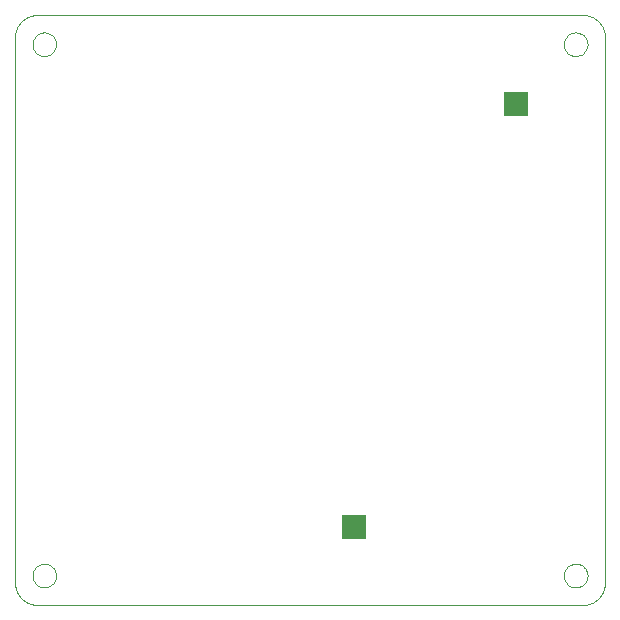
<source format=gbp>
G75*
%MOIN*%
%OFA0B0*%
%FSLAX24Y24*%
%IPPOS*%
%LPD*%
%AMOC8*
5,1,8,0,0,1.08239X$1,22.5*
%
%ADD10C,0.0000*%
%ADD11R,0.0800X0.0800*%
D10*
X000947Y000205D02*
X019058Y000205D01*
X019112Y000207D01*
X019165Y000212D01*
X019218Y000221D01*
X019270Y000234D01*
X019322Y000250D01*
X019372Y000270D01*
X019420Y000293D01*
X019467Y000320D01*
X019512Y000349D01*
X019555Y000382D01*
X019595Y000417D01*
X019633Y000455D01*
X019668Y000495D01*
X019701Y000538D01*
X019730Y000583D01*
X019757Y000630D01*
X019780Y000678D01*
X019800Y000728D01*
X019816Y000780D01*
X019829Y000832D01*
X019838Y000885D01*
X019843Y000938D01*
X019845Y000992D01*
X019845Y019103D01*
X019843Y019157D01*
X019838Y019210D01*
X019829Y019263D01*
X019816Y019315D01*
X019800Y019367D01*
X019780Y019417D01*
X019757Y019465D01*
X019730Y019512D01*
X019701Y019557D01*
X019668Y019600D01*
X019633Y019640D01*
X019595Y019678D01*
X019555Y019713D01*
X019512Y019746D01*
X019467Y019775D01*
X019420Y019802D01*
X019372Y019825D01*
X019322Y019845D01*
X019270Y019861D01*
X019218Y019874D01*
X019165Y019883D01*
X019112Y019888D01*
X019058Y019890D01*
X000947Y019890D01*
X000893Y019888D01*
X000840Y019883D01*
X000787Y019874D01*
X000735Y019861D01*
X000683Y019845D01*
X000633Y019825D01*
X000585Y019802D01*
X000538Y019775D01*
X000493Y019746D01*
X000450Y019713D01*
X000410Y019678D01*
X000372Y019640D01*
X000337Y019600D01*
X000304Y019557D01*
X000275Y019512D01*
X000248Y019465D01*
X000225Y019417D01*
X000205Y019367D01*
X000189Y019315D01*
X000176Y019263D01*
X000167Y019210D01*
X000162Y019157D01*
X000160Y019103D01*
X000160Y000992D01*
X000162Y000938D01*
X000167Y000885D01*
X000176Y000832D01*
X000189Y000780D01*
X000205Y000728D01*
X000225Y000678D01*
X000248Y000630D01*
X000275Y000583D01*
X000304Y000538D01*
X000337Y000495D01*
X000372Y000455D01*
X000410Y000417D01*
X000450Y000382D01*
X000493Y000349D01*
X000538Y000320D01*
X000585Y000293D01*
X000633Y000270D01*
X000683Y000250D01*
X000735Y000234D01*
X000787Y000221D01*
X000840Y000212D01*
X000893Y000207D01*
X000947Y000205D01*
X000753Y001192D02*
X000755Y001231D01*
X000761Y001270D01*
X000771Y001308D01*
X000784Y001345D01*
X000801Y001380D01*
X000821Y001414D01*
X000845Y001445D01*
X000872Y001474D01*
X000901Y001500D01*
X000933Y001523D01*
X000967Y001543D01*
X001003Y001559D01*
X001040Y001571D01*
X001079Y001580D01*
X001118Y001585D01*
X001157Y001586D01*
X001196Y001583D01*
X001235Y001576D01*
X001272Y001565D01*
X001309Y001551D01*
X001344Y001533D01*
X001377Y001512D01*
X001408Y001487D01*
X001436Y001460D01*
X001461Y001430D01*
X001483Y001397D01*
X001502Y001363D01*
X001517Y001327D01*
X001529Y001289D01*
X001537Y001251D01*
X001541Y001212D01*
X001541Y001172D01*
X001537Y001133D01*
X001529Y001095D01*
X001517Y001057D01*
X001502Y001021D01*
X001483Y000987D01*
X001461Y000954D01*
X001436Y000924D01*
X001408Y000897D01*
X001377Y000872D01*
X001344Y000851D01*
X001309Y000833D01*
X001272Y000819D01*
X001235Y000808D01*
X001196Y000801D01*
X001157Y000798D01*
X001118Y000799D01*
X001079Y000804D01*
X001040Y000813D01*
X001003Y000825D01*
X000967Y000841D01*
X000933Y000861D01*
X000901Y000884D01*
X000872Y000910D01*
X000845Y000939D01*
X000821Y000970D01*
X000801Y001004D01*
X000784Y001039D01*
X000771Y001076D01*
X000761Y001114D01*
X000755Y001153D01*
X000753Y001192D01*
X000753Y018903D02*
X000755Y018942D01*
X000761Y018981D01*
X000771Y019019D01*
X000784Y019056D01*
X000801Y019091D01*
X000821Y019125D01*
X000845Y019156D01*
X000872Y019185D01*
X000901Y019211D01*
X000933Y019234D01*
X000967Y019254D01*
X001003Y019270D01*
X001040Y019282D01*
X001079Y019291D01*
X001118Y019296D01*
X001157Y019297D01*
X001196Y019294D01*
X001235Y019287D01*
X001272Y019276D01*
X001309Y019262D01*
X001344Y019244D01*
X001377Y019223D01*
X001408Y019198D01*
X001436Y019171D01*
X001461Y019141D01*
X001483Y019108D01*
X001502Y019074D01*
X001517Y019038D01*
X001529Y019000D01*
X001537Y018962D01*
X001541Y018923D01*
X001541Y018883D01*
X001537Y018844D01*
X001529Y018806D01*
X001517Y018768D01*
X001502Y018732D01*
X001483Y018698D01*
X001461Y018665D01*
X001436Y018635D01*
X001408Y018608D01*
X001377Y018583D01*
X001344Y018562D01*
X001309Y018544D01*
X001272Y018530D01*
X001235Y018519D01*
X001196Y018512D01*
X001157Y018509D01*
X001118Y018510D01*
X001079Y018515D01*
X001040Y018524D01*
X001003Y018536D01*
X000967Y018552D01*
X000933Y018572D01*
X000901Y018595D01*
X000872Y018621D01*
X000845Y018650D01*
X000821Y018681D01*
X000801Y018715D01*
X000784Y018750D01*
X000771Y018787D01*
X000761Y018825D01*
X000755Y018864D01*
X000753Y018903D01*
X018464Y018903D02*
X018466Y018942D01*
X018472Y018981D01*
X018482Y019019D01*
X018495Y019056D01*
X018512Y019091D01*
X018532Y019125D01*
X018556Y019156D01*
X018583Y019185D01*
X018612Y019211D01*
X018644Y019234D01*
X018678Y019254D01*
X018714Y019270D01*
X018751Y019282D01*
X018790Y019291D01*
X018829Y019296D01*
X018868Y019297D01*
X018907Y019294D01*
X018946Y019287D01*
X018983Y019276D01*
X019020Y019262D01*
X019055Y019244D01*
X019088Y019223D01*
X019119Y019198D01*
X019147Y019171D01*
X019172Y019141D01*
X019194Y019108D01*
X019213Y019074D01*
X019228Y019038D01*
X019240Y019000D01*
X019248Y018962D01*
X019252Y018923D01*
X019252Y018883D01*
X019248Y018844D01*
X019240Y018806D01*
X019228Y018768D01*
X019213Y018732D01*
X019194Y018698D01*
X019172Y018665D01*
X019147Y018635D01*
X019119Y018608D01*
X019088Y018583D01*
X019055Y018562D01*
X019020Y018544D01*
X018983Y018530D01*
X018946Y018519D01*
X018907Y018512D01*
X018868Y018509D01*
X018829Y018510D01*
X018790Y018515D01*
X018751Y018524D01*
X018714Y018536D01*
X018678Y018552D01*
X018644Y018572D01*
X018612Y018595D01*
X018583Y018621D01*
X018556Y018650D01*
X018532Y018681D01*
X018512Y018715D01*
X018495Y018750D01*
X018482Y018787D01*
X018472Y018825D01*
X018466Y018864D01*
X018464Y018903D01*
X018464Y001192D02*
X018466Y001231D01*
X018472Y001270D01*
X018482Y001308D01*
X018495Y001345D01*
X018512Y001380D01*
X018532Y001414D01*
X018556Y001445D01*
X018583Y001474D01*
X018612Y001500D01*
X018644Y001523D01*
X018678Y001543D01*
X018714Y001559D01*
X018751Y001571D01*
X018790Y001580D01*
X018829Y001585D01*
X018868Y001586D01*
X018907Y001583D01*
X018946Y001576D01*
X018983Y001565D01*
X019020Y001551D01*
X019055Y001533D01*
X019088Y001512D01*
X019119Y001487D01*
X019147Y001460D01*
X019172Y001430D01*
X019194Y001397D01*
X019213Y001363D01*
X019228Y001327D01*
X019240Y001289D01*
X019248Y001251D01*
X019252Y001212D01*
X019252Y001172D01*
X019248Y001133D01*
X019240Y001095D01*
X019228Y001057D01*
X019213Y001021D01*
X019194Y000987D01*
X019172Y000954D01*
X019147Y000924D01*
X019119Y000897D01*
X019088Y000872D01*
X019055Y000851D01*
X019020Y000833D01*
X018983Y000819D01*
X018946Y000808D01*
X018907Y000801D01*
X018868Y000798D01*
X018829Y000799D01*
X018790Y000804D01*
X018751Y000813D01*
X018714Y000825D01*
X018678Y000841D01*
X018644Y000861D01*
X018612Y000884D01*
X018583Y000910D01*
X018556Y000939D01*
X018532Y000970D01*
X018512Y001004D01*
X018495Y001039D01*
X018482Y001076D01*
X018472Y001114D01*
X018466Y001153D01*
X018464Y001192D01*
D11*
X011460Y002805D03*
X016860Y016905D03*
M02*

</source>
